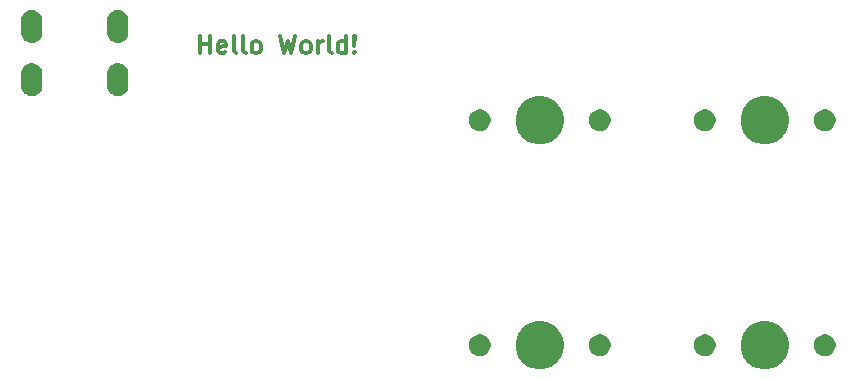
<source format=gts>
G04 #@! TF.GenerationSoftware,KiCad,Pcbnew,5.0.1*
G04 #@! TF.CreationDate,2019-03-25T02:10:47+08:00*
G04 #@! TF.ProjectId,mykb,6D796B622E6B696361645F7063620000,rev?*
G04 #@! TF.SameCoordinates,Original*
G04 #@! TF.FileFunction,Soldermask,Top*
G04 #@! TF.FilePolarity,Negative*
%FSLAX46Y46*%
G04 Gerber Fmt 4.6, Leading zero omitted, Abs format (unit mm)*
G04 Created by KiCad (PCBNEW 5.0.1) date 2019年03月25日 星期一 02时10分47秒*
%MOMM*%
%LPD*%
G01*
G04 APERTURE LIST*
%ADD10C,0.300000*%
%ADD11C,0.100000*%
G04 APERTURE END LIST*
D10*
X81570535Y-68941071D02*
X81570535Y-67441071D01*
X81570535Y-68155357D02*
X82427678Y-68155357D01*
X82427678Y-68941071D02*
X82427678Y-67441071D01*
X83713392Y-68869642D02*
X83570535Y-68941071D01*
X83284821Y-68941071D01*
X83141964Y-68869642D01*
X83070535Y-68726785D01*
X83070535Y-68155357D01*
X83141964Y-68012500D01*
X83284821Y-67941071D01*
X83570535Y-67941071D01*
X83713392Y-68012500D01*
X83784821Y-68155357D01*
X83784821Y-68298214D01*
X83070535Y-68441071D01*
X84641964Y-68941071D02*
X84499107Y-68869642D01*
X84427678Y-68726785D01*
X84427678Y-67441071D01*
X85427678Y-68941071D02*
X85284821Y-68869642D01*
X85213392Y-68726785D01*
X85213392Y-67441071D01*
X86213392Y-68941071D02*
X86070535Y-68869642D01*
X85999107Y-68798214D01*
X85927678Y-68655357D01*
X85927678Y-68226785D01*
X85999107Y-68083928D01*
X86070535Y-68012500D01*
X86213392Y-67941071D01*
X86427678Y-67941071D01*
X86570535Y-68012500D01*
X86641964Y-68083928D01*
X86713392Y-68226785D01*
X86713392Y-68655357D01*
X86641964Y-68798214D01*
X86570535Y-68869642D01*
X86427678Y-68941071D01*
X86213392Y-68941071D01*
X88356250Y-67441071D02*
X88713392Y-68941071D01*
X88999107Y-67869642D01*
X89284821Y-68941071D01*
X89641964Y-67441071D01*
X90427678Y-68941071D02*
X90284821Y-68869642D01*
X90213392Y-68798214D01*
X90141964Y-68655357D01*
X90141964Y-68226785D01*
X90213392Y-68083928D01*
X90284821Y-68012500D01*
X90427678Y-67941071D01*
X90641964Y-67941071D01*
X90784821Y-68012500D01*
X90856250Y-68083928D01*
X90927678Y-68226785D01*
X90927678Y-68655357D01*
X90856250Y-68798214D01*
X90784821Y-68869642D01*
X90641964Y-68941071D01*
X90427678Y-68941071D01*
X91570535Y-68941071D02*
X91570535Y-67941071D01*
X91570535Y-68226785D02*
X91641964Y-68083928D01*
X91713392Y-68012500D01*
X91856250Y-67941071D01*
X91999107Y-67941071D01*
X92713392Y-68941071D02*
X92570535Y-68869642D01*
X92499107Y-68726785D01*
X92499107Y-67441071D01*
X93927678Y-68941071D02*
X93927678Y-67441071D01*
X93927678Y-68869642D02*
X93784821Y-68941071D01*
X93499107Y-68941071D01*
X93356250Y-68869642D01*
X93284821Y-68798214D01*
X93213392Y-68655357D01*
X93213392Y-68226785D01*
X93284821Y-68083928D01*
X93356250Y-68012500D01*
X93499107Y-67941071D01*
X93784821Y-67941071D01*
X93927678Y-68012500D01*
X94641964Y-68798214D02*
X94713392Y-68869642D01*
X94641964Y-68941071D01*
X94570535Y-68869642D01*
X94641964Y-68798214D01*
X94641964Y-68941071D01*
X94641964Y-68369642D02*
X94570535Y-67512500D01*
X94641964Y-67441071D01*
X94713392Y-67512500D01*
X94641964Y-68369642D01*
X94641964Y-67441071D01*
D11*
G36*
X110927722Y-91696184D02*
X110927724Y-91696185D01*
X110927725Y-91696185D01*
X111299873Y-91850333D01*
X111634798Y-92074123D01*
X111919627Y-92358952D01*
X112143417Y-92693877D01*
X112175812Y-92772086D01*
X112297566Y-93066028D01*
X112376150Y-93461094D01*
X112376150Y-93863906D01*
X112328964Y-94101126D01*
X112297565Y-94258975D01*
X112143417Y-94631123D01*
X111919627Y-94966048D01*
X111634798Y-95250877D01*
X111299873Y-95474667D01*
X110927725Y-95628815D01*
X110927724Y-95628815D01*
X110927722Y-95628816D01*
X110532656Y-95707400D01*
X110129844Y-95707400D01*
X109734778Y-95628816D01*
X109734776Y-95628815D01*
X109734775Y-95628815D01*
X109362627Y-95474667D01*
X109027702Y-95250877D01*
X108742873Y-94966048D01*
X108519083Y-94631123D01*
X108364935Y-94258975D01*
X108333537Y-94101126D01*
X108286350Y-93863906D01*
X108286350Y-93461094D01*
X108364934Y-93066028D01*
X108486688Y-92772086D01*
X108519083Y-92693877D01*
X108742873Y-92358952D01*
X109027702Y-92074123D01*
X109362627Y-91850333D01*
X109734775Y-91696185D01*
X109734776Y-91696185D01*
X109734778Y-91696184D01*
X110129844Y-91617600D01*
X110532656Y-91617600D01*
X110927722Y-91696184D01*
X110927722Y-91696184D01*
G37*
G36*
X129977722Y-91696184D02*
X129977724Y-91696185D01*
X129977725Y-91696185D01*
X130349873Y-91850333D01*
X130684798Y-92074123D01*
X130969627Y-92358952D01*
X131193417Y-92693877D01*
X131225812Y-92772086D01*
X131347566Y-93066028D01*
X131426150Y-93461094D01*
X131426150Y-93863906D01*
X131378964Y-94101126D01*
X131347565Y-94258975D01*
X131193417Y-94631123D01*
X130969627Y-94966048D01*
X130684798Y-95250877D01*
X130349873Y-95474667D01*
X129977725Y-95628815D01*
X129977724Y-95628815D01*
X129977722Y-95628816D01*
X129582656Y-95707400D01*
X129179844Y-95707400D01*
X128784778Y-95628816D01*
X128784776Y-95628815D01*
X128784775Y-95628815D01*
X128412627Y-95474667D01*
X128077702Y-95250877D01*
X127792873Y-94966048D01*
X127569083Y-94631123D01*
X127414935Y-94258975D01*
X127383537Y-94101126D01*
X127336350Y-93863906D01*
X127336350Y-93461094D01*
X127414934Y-93066028D01*
X127536688Y-92772086D01*
X127569083Y-92693877D01*
X127792873Y-92358952D01*
X128077702Y-92074123D01*
X128412627Y-91850333D01*
X128784775Y-91696185D01*
X128784776Y-91696185D01*
X128784778Y-91696184D01*
X129179844Y-91617600D01*
X129582656Y-91617600D01*
X129977722Y-91696184D01*
X129977722Y-91696184D01*
G37*
G36*
X124571354Y-92772085D02*
X124739876Y-92841889D01*
X124891541Y-92943228D01*
X125020522Y-93072209D01*
X125121861Y-93223874D01*
X125191665Y-93392396D01*
X125227250Y-93571297D01*
X125227250Y-93753703D01*
X125191665Y-93932604D01*
X125121861Y-94101126D01*
X125020522Y-94252791D01*
X124891541Y-94381772D01*
X124739876Y-94483111D01*
X124571354Y-94552915D01*
X124392453Y-94588500D01*
X124210047Y-94588500D01*
X124031146Y-94552915D01*
X123862624Y-94483111D01*
X123710959Y-94381772D01*
X123581978Y-94252791D01*
X123480639Y-94101126D01*
X123410835Y-93932604D01*
X123375250Y-93753703D01*
X123375250Y-93571297D01*
X123410835Y-93392396D01*
X123480639Y-93223874D01*
X123581978Y-93072209D01*
X123710959Y-92943228D01*
X123862624Y-92841889D01*
X124031146Y-92772085D01*
X124210047Y-92736500D01*
X124392453Y-92736500D01*
X124571354Y-92772085D01*
X124571354Y-92772085D01*
G37*
G36*
X115681354Y-92772085D02*
X115849876Y-92841889D01*
X116001541Y-92943228D01*
X116130522Y-93072209D01*
X116231861Y-93223874D01*
X116301665Y-93392396D01*
X116337250Y-93571297D01*
X116337250Y-93753703D01*
X116301665Y-93932604D01*
X116231861Y-94101126D01*
X116130522Y-94252791D01*
X116001541Y-94381772D01*
X115849876Y-94483111D01*
X115681354Y-94552915D01*
X115502453Y-94588500D01*
X115320047Y-94588500D01*
X115141146Y-94552915D01*
X114972624Y-94483111D01*
X114820959Y-94381772D01*
X114691978Y-94252791D01*
X114590639Y-94101126D01*
X114520835Y-93932604D01*
X114485250Y-93753703D01*
X114485250Y-93571297D01*
X114520835Y-93392396D01*
X114590639Y-93223874D01*
X114691978Y-93072209D01*
X114820959Y-92943228D01*
X114972624Y-92841889D01*
X115141146Y-92772085D01*
X115320047Y-92736500D01*
X115502453Y-92736500D01*
X115681354Y-92772085D01*
X115681354Y-92772085D01*
G37*
G36*
X105521354Y-92772085D02*
X105689876Y-92841889D01*
X105841541Y-92943228D01*
X105970522Y-93072209D01*
X106071861Y-93223874D01*
X106141665Y-93392396D01*
X106177250Y-93571297D01*
X106177250Y-93753703D01*
X106141665Y-93932604D01*
X106071861Y-94101126D01*
X105970522Y-94252791D01*
X105841541Y-94381772D01*
X105689876Y-94483111D01*
X105521354Y-94552915D01*
X105342453Y-94588500D01*
X105160047Y-94588500D01*
X104981146Y-94552915D01*
X104812624Y-94483111D01*
X104660959Y-94381772D01*
X104531978Y-94252791D01*
X104430639Y-94101126D01*
X104360835Y-93932604D01*
X104325250Y-93753703D01*
X104325250Y-93571297D01*
X104360835Y-93392396D01*
X104430639Y-93223874D01*
X104531978Y-93072209D01*
X104660959Y-92943228D01*
X104812624Y-92841889D01*
X104981146Y-92772085D01*
X105160047Y-92736500D01*
X105342453Y-92736500D01*
X105521354Y-92772085D01*
X105521354Y-92772085D01*
G37*
G36*
X134731354Y-92772085D02*
X134899876Y-92841889D01*
X135051541Y-92943228D01*
X135180522Y-93072209D01*
X135281861Y-93223874D01*
X135351665Y-93392396D01*
X135387250Y-93571297D01*
X135387250Y-93753703D01*
X135351665Y-93932604D01*
X135281861Y-94101126D01*
X135180522Y-94252791D01*
X135051541Y-94381772D01*
X134899876Y-94483111D01*
X134731354Y-94552915D01*
X134552453Y-94588500D01*
X134370047Y-94588500D01*
X134191146Y-94552915D01*
X134022624Y-94483111D01*
X133870959Y-94381772D01*
X133741978Y-94252791D01*
X133640639Y-94101126D01*
X133570835Y-93932604D01*
X133535250Y-93753703D01*
X133535250Y-93571297D01*
X133570835Y-93392396D01*
X133640639Y-93223874D01*
X133741978Y-93072209D01*
X133870959Y-92943228D01*
X134022624Y-92841889D01*
X134191146Y-92772085D01*
X134370047Y-92736500D01*
X134552453Y-92736500D01*
X134731354Y-92772085D01*
X134731354Y-92772085D01*
G37*
G36*
X110927722Y-72646184D02*
X110927724Y-72646185D01*
X110927725Y-72646185D01*
X111299873Y-72800333D01*
X111634798Y-73024123D01*
X111919627Y-73308952D01*
X112143417Y-73643877D01*
X112175812Y-73722086D01*
X112297566Y-74016028D01*
X112376150Y-74411094D01*
X112376150Y-74813906D01*
X112328964Y-75051126D01*
X112297565Y-75208975D01*
X112143417Y-75581123D01*
X111919627Y-75916048D01*
X111634798Y-76200877D01*
X111299873Y-76424667D01*
X110927725Y-76578815D01*
X110927724Y-76578815D01*
X110927722Y-76578816D01*
X110532656Y-76657400D01*
X110129844Y-76657400D01*
X109734778Y-76578816D01*
X109734776Y-76578815D01*
X109734775Y-76578815D01*
X109362627Y-76424667D01*
X109027702Y-76200877D01*
X108742873Y-75916048D01*
X108519083Y-75581123D01*
X108364935Y-75208975D01*
X108333537Y-75051126D01*
X108286350Y-74813906D01*
X108286350Y-74411094D01*
X108364934Y-74016028D01*
X108486688Y-73722086D01*
X108519083Y-73643877D01*
X108742873Y-73308952D01*
X109027702Y-73024123D01*
X109362627Y-72800333D01*
X109734775Y-72646185D01*
X109734776Y-72646185D01*
X109734778Y-72646184D01*
X110129844Y-72567600D01*
X110532656Y-72567600D01*
X110927722Y-72646184D01*
X110927722Y-72646184D01*
G37*
G36*
X129977722Y-72646184D02*
X129977724Y-72646185D01*
X129977725Y-72646185D01*
X130349873Y-72800333D01*
X130684798Y-73024123D01*
X130969627Y-73308952D01*
X131193417Y-73643877D01*
X131225812Y-73722086D01*
X131347566Y-74016028D01*
X131426150Y-74411094D01*
X131426150Y-74813906D01*
X131378964Y-75051126D01*
X131347565Y-75208975D01*
X131193417Y-75581123D01*
X130969627Y-75916048D01*
X130684798Y-76200877D01*
X130349873Y-76424667D01*
X129977725Y-76578815D01*
X129977724Y-76578815D01*
X129977722Y-76578816D01*
X129582656Y-76657400D01*
X129179844Y-76657400D01*
X128784778Y-76578816D01*
X128784776Y-76578815D01*
X128784775Y-76578815D01*
X128412627Y-76424667D01*
X128077702Y-76200877D01*
X127792873Y-75916048D01*
X127569083Y-75581123D01*
X127414935Y-75208975D01*
X127383537Y-75051126D01*
X127336350Y-74813906D01*
X127336350Y-74411094D01*
X127414934Y-74016028D01*
X127536688Y-73722086D01*
X127569083Y-73643877D01*
X127792873Y-73308952D01*
X128077702Y-73024123D01*
X128412627Y-72800333D01*
X128784775Y-72646185D01*
X128784776Y-72646185D01*
X128784778Y-72646184D01*
X129179844Y-72567600D01*
X129582656Y-72567600D01*
X129977722Y-72646184D01*
X129977722Y-72646184D01*
G37*
G36*
X115681354Y-73722085D02*
X115849876Y-73791889D01*
X116001541Y-73893228D01*
X116130522Y-74022209D01*
X116231861Y-74173874D01*
X116301665Y-74342396D01*
X116337250Y-74521297D01*
X116337250Y-74703703D01*
X116301665Y-74882604D01*
X116231861Y-75051126D01*
X116130522Y-75202791D01*
X116001541Y-75331772D01*
X115849876Y-75433111D01*
X115681354Y-75502915D01*
X115502453Y-75538500D01*
X115320047Y-75538500D01*
X115141146Y-75502915D01*
X114972624Y-75433111D01*
X114820959Y-75331772D01*
X114691978Y-75202791D01*
X114590639Y-75051126D01*
X114520835Y-74882604D01*
X114485250Y-74703703D01*
X114485250Y-74521297D01*
X114520835Y-74342396D01*
X114590639Y-74173874D01*
X114691978Y-74022209D01*
X114820959Y-73893228D01*
X114972624Y-73791889D01*
X115141146Y-73722085D01*
X115320047Y-73686500D01*
X115502453Y-73686500D01*
X115681354Y-73722085D01*
X115681354Y-73722085D01*
G37*
G36*
X134731354Y-73722085D02*
X134899876Y-73791889D01*
X135051541Y-73893228D01*
X135180522Y-74022209D01*
X135281861Y-74173874D01*
X135351665Y-74342396D01*
X135387250Y-74521297D01*
X135387250Y-74703703D01*
X135351665Y-74882604D01*
X135281861Y-75051126D01*
X135180522Y-75202791D01*
X135051541Y-75331772D01*
X134899876Y-75433111D01*
X134731354Y-75502915D01*
X134552453Y-75538500D01*
X134370047Y-75538500D01*
X134191146Y-75502915D01*
X134022624Y-75433111D01*
X133870959Y-75331772D01*
X133741978Y-75202791D01*
X133640639Y-75051126D01*
X133570835Y-74882604D01*
X133535250Y-74703703D01*
X133535250Y-74521297D01*
X133570835Y-74342396D01*
X133640639Y-74173874D01*
X133741978Y-74022209D01*
X133870959Y-73893228D01*
X134022624Y-73791889D01*
X134191146Y-73722085D01*
X134370047Y-73686500D01*
X134552453Y-73686500D01*
X134731354Y-73722085D01*
X134731354Y-73722085D01*
G37*
G36*
X124571354Y-73722085D02*
X124739876Y-73791889D01*
X124891541Y-73893228D01*
X125020522Y-74022209D01*
X125121861Y-74173874D01*
X125191665Y-74342396D01*
X125227250Y-74521297D01*
X125227250Y-74703703D01*
X125191665Y-74882604D01*
X125121861Y-75051126D01*
X125020522Y-75202791D01*
X124891541Y-75331772D01*
X124739876Y-75433111D01*
X124571354Y-75502915D01*
X124392453Y-75538500D01*
X124210047Y-75538500D01*
X124031146Y-75502915D01*
X123862624Y-75433111D01*
X123710959Y-75331772D01*
X123581978Y-75202791D01*
X123480639Y-75051126D01*
X123410835Y-74882604D01*
X123375250Y-74703703D01*
X123375250Y-74521297D01*
X123410835Y-74342396D01*
X123480639Y-74173874D01*
X123581978Y-74022209D01*
X123710959Y-73893228D01*
X123862624Y-73791889D01*
X124031146Y-73722085D01*
X124210047Y-73686500D01*
X124392453Y-73686500D01*
X124571354Y-73722085D01*
X124571354Y-73722085D01*
G37*
G36*
X105521354Y-73722085D02*
X105689876Y-73791889D01*
X105841541Y-73893228D01*
X105970522Y-74022209D01*
X106071861Y-74173874D01*
X106141665Y-74342396D01*
X106177250Y-74521297D01*
X106177250Y-74703703D01*
X106141665Y-74882604D01*
X106071861Y-75051126D01*
X105970522Y-75202791D01*
X105841541Y-75331772D01*
X105689876Y-75433111D01*
X105521354Y-75502915D01*
X105342453Y-75538500D01*
X105160047Y-75538500D01*
X104981146Y-75502915D01*
X104812624Y-75433111D01*
X104660959Y-75331772D01*
X104531978Y-75202791D01*
X104430639Y-75051126D01*
X104360835Y-74882604D01*
X104325250Y-74703703D01*
X104325250Y-74521297D01*
X104360835Y-74342396D01*
X104430639Y-74173874D01*
X104531978Y-74022209D01*
X104660959Y-73893228D01*
X104812624Y-73791889D01*
X104981146Y-73722085D01*
X105160047Y-73686500D01*
X105342453Y-73686500D01*
X105521354Y-73722085D01*
X105521354Y-73722085D01*
G37*
G36*
X74789127Y-69787037D02*
X74902353Y-69821384D01*
X74958967Y-69838557D01*
X75097587Y-69912652D01*
X75115491Y-69922222D01*
X75151229Y-69951552D01*
X75252686Y-70034814D01*
X75335948Y-70136271D01*
X75365278Y-70172009D01*
X75365279Y-70172011D01*
X75448943Y-70328533D01*
X75448943Y-70328534D01*
X75500463Y-70498373D01*
X75513500Y-70630742D01*
X75513500Y-71719258D01*
X75500463Y-71851627D01*
X75466116Y-71964853D01*
X75448943Y-72021467D01*
X75374848Y-72160087D01*
X75365278Y-72177991D01*
X75335948Y-72213729D01*
X75252686Y-72315186D01*
X75115489Y-72427779D01*
X74958966Y-72511443D01*
X74902352Y-72528616D01*
X74789126Y-72562963D01*
X74612500Y-72580359D01*
X74435873Y-72562963D01*
X74322647Y-72528616D01*
X74266033Y-72511443D01*
X74109511Y-72427779D01*
X74109509Y-72427778D01*
X74073771Y-72398448D01*
X73972314Y-72315186D01*
X73859721Y-72177989D01*
X73776057Y-72021466D01*
X73758884Y-71964852D01*
X73724537Y-71851626D01*
X73711500Y-71719257D01*
X73711501Y-70630742D01*
X73724538Y-70498373D01*
X73776058Y-70328534D01*
X73776058Y-70328533D01*
X73859722Y-70172011D01*
X73859723Y-70172009D01*
X73889053Y-70136271D01*
X73972315Y-70034814D01*
X74073772Y-69951552D01*
X74109510Y-69922222D01*
X74127414Y-69912652D01*
X74266034Y-69838557D01*
X74322648Y-69821384D01*
X74435874Y-69787037D01*
X74612500Y-69769641D01*
X74789127Y-69787037D01*
X74789127Y-69787037D01*
G37*
G36*
X67489127Y-69787037D02*
X67602353Y-69821384D01*
X67658967Y-69838557D01*
X67797587Y-69912652D01*
X67815491Y-69922222D01*
X67851229Y-69951552D01*
X67952686Y-70034814D01*
X68035948Y-70136271D01*
X68065278Y-70172009D01*
X68065279Y-70172011D01*
X68148943Y-70328533D01*
X68148943Y-70328534D01*
X68200463Y-70498373D01*
X68213500Y-70630742D01*
X68213500Y-71719258D01*
X68200463Y-71851627D01*
X68166116Y-71964853D01*
X68148943Y-72021467D01*
X68074848Y-72160087D01*
X68065278Y-72177991D01*
X68035948Y-72213729D01*
X67952686Y-72315186D01*
X67815489Y-72427779D01*
X67658966Y-72511443D01*
X67602352Y-72528616D01*
X67489126Y-72562963D01*
X67312500Y-72580359D01*
X67135873Y-72562963D01*
X67022647Y-72528616D01*
X66966033Y-72511443D01*
X66809511Y-72427779D01*
X66809509Y-72427778D01*
X66773771Y-72398448D01*
X66672314Y-72315186D01*
X66559721Y-72177989D01*
X66476057Y-72021466D01*
X66458884Y-71964852D01*
X66424537Y-71851626D01*
X66411500Y-71719257D01*
X66411501Y-70630742D01*
X66424538Y-70498373D01*
X66476058Y-70328534D01*
X66476058Y-70328533D01*
X66559722Y-70172011D01*
X66559723Y-70172009D01*
X66589053Y-70136271D01*
X66672315Y-70034814D01*
X66773772Y-69951552D01*
X66809510Y-69922222D01*
X66827414Y-69912652D01*
X66966034Y-69838557D01*
X67022648Y-69821384D01*
X67135874Y-69787037D01*
X67312500Y-69769641D01*
X67489127Y-69787037D01*
X67489127Y-69787037D01*
G37*
G36*
X74789127Y-65287037D02*
X74902353Y-65321384D01*
X74958967Y-65338557D01*
X75097587Y-65412652D01*
X75115491Y-65422222D01*
X75151229Y-65451552D01*
X75252686Y-65534814D01*
X75335948Y-65636271D01*
X75365278Y-65672009D01*
X75365279Y-65672011D01*
X75448943Y-65828533D01*
X75448943Y-65828534D01*
X75500463Y-65998373D01*
X75513500Y-66130742D01*
X75513500Y-67219258D01*
X75500463Y-67351627D01*
X75466116Y-67464853D01*
X75448943Y-67521467D01*
X75374848Y-67660087D01*
X75365278Y-67677991D01*
X75335948Y-67713729D01*
X75252686Y-67815186D01*
X75115489Y-67927779D01*
X74958966Y-68011443D01*
X74902352Y-68028616D01*
X74789126Y-68062963D01*
X74612500Y-68080359D01*
X74435873Y-68062963D01*
X74322647Y-68028616D01*
X74266033Y-68011443D01*
X74109511Y-67927779D01*
X74109509Y-67927778D01*
X74073771Y-67898448D01*
X73972314Y-67815186D01*
X73859721Y-67677989D01*
X73776057Y-67521466D01*
X73758884Y-67464852D01*
X73724537Y-67351626D01*
X73711500Y-67219257D01*
X73711501Y-66130742D01*
X73724538Y-65998373D01*
X73776058Y-65828534D01*
X73776058Y-65828533D01*
X73859722Y-65672011D01*
X73859723Y-65672009D01*
X73889053Y-65636271D01*
X73972315Y-65534814D01*
X74073772Y-65451552D01*
X74109510Y-65422222D01*
X74127414Y-65412652D01*
X74266034Y-65338557D01*
X74322648Y-65321384D01*
X74435874Y-65287037D01*
X74612500Y-65269641D01*
X74789127Y-65287037D01*
X74789127Y-65287037D01*
G37*
G36*
X67489127Y-65287037D02*
X67602353Y-65321384D01*
X67658967Y-65338557D01*
X67797587Y-65412652D01*
X67815491Y-65422222D01*
X67851229Y-65451552D01*
X67952686Y-65534814D01*
X68035948Y-65636271D01*
X68065278Y-65672009D01*
X68065279Y-65672011D01*
X68148943Y-65828533D01*
X68148943Y-65828534D01*
X68200463Y-65998373D01*
X68213500Y-66130742D01*
X68213500Y-67219258D01*
X68200463Y-67351627D01*
X68166116Y-67464853D01*
X68148943Y-67521467D01*
X68074848Y-67660087D01*
X68065278Y-67677991D01*
X68035948Y-67713729D01*
X67952686Y-67815186D01*
X67815489Y-67927779D01*
X67658966Y-68011443D01*
X67602352Y-68028616D01*
X67489126Y-68062963D01*
X67312500Y-68080359D01*
X67135873Y-68062963D01*
X67022647Y-68028616D01*
X66966033Y-68011443D01*
X66809511Y-67927779D01*
X66809509Y-67927778D01*
X66773771Y-67898448D01*
X66672314Y-67815186D01*
X66559721Y-67677989D01*
X66476057Y-67521466D01*
X66458884Y-67464852D01*
X66424537Y-67351626D01*
X66411500Y-67219257D01*
X66411501Y-66130742D01*
X66424538Y-65998373D01*
X66476058Y-65828534D01*
X66476058Y-65828533D01*
X66559722Y-65672011D01*
X66559723Y-65672009D01*
X66589053Y-65636271D01*
X66672315Y-65534814D01*
X66773772Y-65451552D01*
X66809510Y-65422222D01*
X66827414Y-65412652D01*
X66966034Y-65338557D01*
X67022648Y-65321384D01*
X67135874Y-65287037D01*
X67312500Y-65269641D01*
X67489127Y-65287037D01*
X67489127Y-65287037D01*
G37*
M02*

</source>
